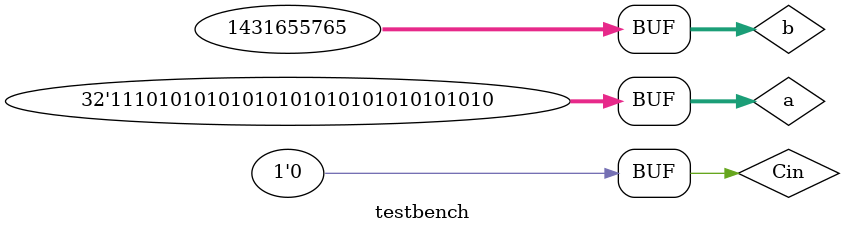
<source format=v>
module testbench();
  reg [31:0] a, b;
  reg Cin;
  wire [31:0] Sum;
  wire Cout;

  rca_32bit dut(
    .a(a),
    .b(b),
    .Cin(Cin),
    .Sum(Sum),
    .Cout(Cout)
  );

  initial begin
    // 입력값 설정
    a = 32'b11101010101010101010101010101010;
    b = 32'b01010101010101010101010101010101;
    Cin = 1'b0;

  end

endmodule

</source>
